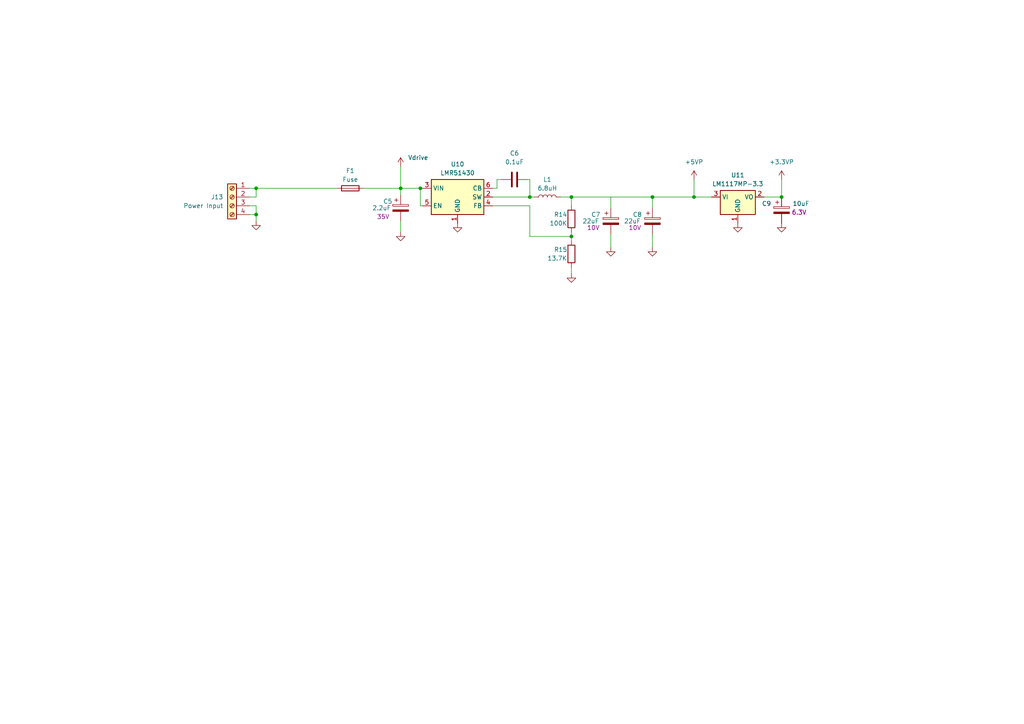
<source format=kicad_sch>
(kicad_sch (version 20230121) (generator eeschema)
  (paper "A4")
  (lib_symbols
    (symbol "Connector:Screw_Terminal_01x04" (pin_names (offset 1.016) hide)
      (property "Reference" "J" (at 0 5.08 0))
      (property "Value" "Screw_Terminal_01x04" (at 0 -7.62 0))
      (symbol "Screw_Terminal_01x04_1_1"
        (rectangle (start -1.27 3.81) (end 1.27 -6.35) (stroke (width 0.254)) (fill (type background)))
        (circle (center 0 -5.08) (radius 0.635) (stroke (width 0.1524)))
        (circle (center 0 -2.54) (radius 0.635) (stroke (width 0.1524)))
        (polyline (pts (xy -0.5334 -4.7498) (xy 0.3302 -5.588)) (stroke (width 0.1524)))
        (polyline (pts (xy -0.5334 -2.2098) (xy 0.3302 -3.048)) (stroke (width 0.1524)))
        (polyline (pts (xy -0.5334 0.3302) (xy 0.3302 -0.508)) (stroke (width 0.1524)))
        (polyline (pts (xy -0.5334 2.8702) (xy 0.3302 2.032)) (stroke (width 0.1524)))
        (polyline (pts (xy -0.3556 -4.572) (xy 0.508 -5.4102)) (stroke (width 0.1524)))
        (polyline (pts (xy -0.3556 -2.032) (xy 0.508 -2.8702)) (stroke (width 0.1524)))
        (polyline (pts (xy -0.3556 0.508) (xy 0.508 -0.3302)) (stroke (width 0.1524)))
        (polyline (pts (xy -0.3556 3.048) (xy 0.508 2.2098)) (stroke (width 0.1524)))
        (circle (center 0 0) (radius 0.635) (stroke (width 0.1524)))
        (circle (center 0 2.54) (radius 0.635) (stroke (width 0.1524)))
        (pin passive line (at -5.08 2.54 0) (length 3.81) (name "Pin_1") (number "1"))
        (pin passive line (at -5.08 0 0) (length 3.81) (name "Pin_2") (number "2"))
        (pin passive line (at -5.08 -2.54 0) (length 3.81) (name "Pin_3") (number "3"))
        (pin passive line (at -5.08 -5.08 0) (length 3.81) (name "Pin_4") (number "4"))
      )
    )
    (symbol "Device:C" (pin_numbers hide) (pin_names (offset 0.254))
      (property "Reference" "C" (at 0.635 2.54 0))
      (property "Value" "C" (at 0.635 -2.54 0))
      (symbol "C_0_1"
        (polyline (pts (xy -2.032 -0.762) (xy 2.032 -0.762)) (stroke (width 0.508)))
        (polyline (pts (xy -2.032 0.762) (xy 2.032 0.762)) (stroke (width 0.508)))
      )
      (symbol "C_1_1"
        (pin passive line (at 0 3.81 270) (length 2.794) (name "~") (number "1"))
        (pin passive line (at 0 -3.81 90) (length 2.794) (name "~") (number "2"))
      )
    )
    (symbol "Device:C_Polarized" (pin_numbers hide) (pin_names (offset 0.254))
      (property "Reference" "C" (at 0.635 2.54 0))
      (property "Value" "C_Polarized" (at 0.635 -2.54 0))
      (symbol "C_Polarized_0_1"
        (rectangle (start -2.286 0.508) (end 2.286 1.016))
        (polyline (pts (xy -1.778 2.286) (xy -0.762 2.286)))
        (polyline (pts (xy -1.27 2.794) (xy -1.27 1.778)))
        (rectangle (start 2.286 -0.508) (end -2.286 -1.016) (fill (type outline)))
      )
      (symbol "C_Polarized_1_1"
        (pin passive line (at 0 3.81 270) (length 2.794) (name "~") (number "1"))
        (pin passive line (at 0 -3.81 90) (length 2.794) (name "~") (number "2"))
      )
    )
    (symbol "Device:Fuse" (pin_numbers hide) (pin_names (offset 0))
      (property "Reference" "F" (at 2.032 0 90))
      (property "Value" "Fuse" (at -1.905 0 90))
      (symbol "Fuse_0_1"
        (rectangle (start -0.762 -2.54) (end 0.762 2.54) (stroke (width 0.254)))
        (polyline (pts (xy 0 2.54) (xy 0 -2.54)))
      )
      (symbol "Fuse_1_1"
        (pin passive line (at 0 3.81 270) (length 1.27) (name "~") (number "1"))
        (pin passive line (at 0 -3.81 90) (length 1.27) (name "~") (number "2"))
      )
    )
    (symbol "Device:L" (pin_numbers hide) (pin_names (offset 1.016) hide)
      (property "Reference" "L" (at -1.27 0 90))
      (property "Value" "L" (at 1.905 0 90))
      (symbol "L_0_1"
        (arc (start 0 -2.54) (mid 0.6323 -1.905) (end 0 -1.27))
        (arc (start 0 -1.27) (mid 0.6323 -0.635) (end 0 0))
        (arc (start 0 0) (mid 0.6323 0.635) (end 0 1.27))
        (arc (start 0 1.27) (mid 0.6323 1.905) (end 0 2.54))
      )
      (symbol "L_1_1"
        (pin passive line (at 0 3.81 270) (length 1.27) (name "1") (number "1"))
        (pin passive line (at 0 -3.81 90) (length 1.27) (name "2") (number "2"))
      )
    )
    (symbol "Device:R" (pin_numbers hide) (pin_names (offset 0))
      (property "Reference" "R" (at 2.032 0 90))
      (property "Value" "R" (at 0 0 90))
      (symbol "R_0_1"
        (rectangle (start -1.016 -2.54) (end 1.016 2.54) (stroke (width 0.254)))
      )
      (symbol "R_1_1"
        (pin passive line (at 0 3.81 270) (length 1.27) (name "~") (number "1"))
        (pin passive line (at 0 -3.81 90) (length 1.27) (name "~") (number "2"))
      )
    )
    (symbol "Regulator_Linear:LM1117MP-3.3"
      (property "Reference" "U" (at -3.81 3.175 0))
      (property "Value" "LM1117MP-3.3" (at 0 3.175 0))
      (symbol "LM1117MP-3.3_0_1"
        (rectangle (start -5.08 -5.08) (end 5.08 1.905) (stroke (width 0.254)) (fill (type background)))
      )
      (symbol "LM1117MP-3.3_1_1"
        (pin power_in line (at 0 -7.62 90) (length 2.54) (name "GND") (number "1"))
        (pin power_out line (at 7.62 0 180) (length 2.54) (name "VO") (number "2"))
        (pin power_in line (at -7.62 0 0) (length 2.54) (name "VI") (number "3"))
      )
    )
    (symbol "Regulator_Switching:LMR51430"
      (property "Reference" "U" (at -7.62 6.35 0))
      (property "Value" "LMR51430" (at 0 6.35 0))
      (symbol "LMR51430_0_1"
        (rectangle (start -7.62 5.08) (end 7.62 -5.08) (stroke (width 0.254)) (fill (type background)))
      )
      (symbol "LMR51430_1_1"
        (pin power_in line (at 0 -7.62 90) (length 2.54) (name "GND") (number "1"))
        (pin power_out line (at 10.16 0 180) (length 2.54) (name "SW") (number "2"))
        (pin power_in line (at -10.16 2.54 0) (length 2.54) (name "VIN") (number "3"))
        (pin input line (at 10.16 -2.54 180) (length 2.54) (name "FB") (number "4"))
        (pin input line (at -10.16 -2.54 0) (length 2.54) (name "EN") (number "5"))
        (pin passive line (at 10.16 2.54 180) (length 2.54) (name "CB") (number "6"))
      )
    )
    (symbol "power:+3.3VP" (power) (pin_names (offset 0))
      (property "Value" "+3.3VP" (at 0 2.54 0))
      (symbol "+3.3VP_0_0"
        (pin power_in line (at 0 0 90) (length 0) hide (name "+3.3VP") (number "1"))
      )
      (symbol "+3.3VP_0_1"
        (polyline (pts (xy -0.762 1.27) (xy 0 2.54)))
        (polyline (pts (xy 0 0) (xy 0 2.54)))
        (polyline (pts (xy 0 2.54) (xy 0.762 1.27)))
      )
    )
    (symbol "power:+5VP" (power) (pin_names (offset 0))
      (property "Value" "+5VP" (at 0 3.556 0))
      (symbol "+5VP_0_1"
        (polyline (pts (xy -0.762 1.27) (xy 0 2.54)))
        (polyline (pts (xy 0 0) (xy 0 2.54)))
        (polyline (pts (xy 0 2.54) (xy 0.762 1.27)))
      )
      (symbol "+5VP_1_1"
        (pin power_in line (at 0 0 90) (length 0) hide (name "+5VP") (number "1"))
      )
    )
    (symbol "power:GND" (power) (pin_names (offset 0))
      (property "Value" "GND" (at 0 -3.81 0))
      (symbol "GND_0_1"
        (polyline (pts (xy 0 0) (xy 0 -1.27) (xy 1.27 -1.27) (xy 0 -2.54) (xy -1.27 -1.27) (xy 0 -1.27)))
      )
      (symbol "GND_1_1"
        (pin power_in line (at 0 0 270) (length 0) hide (name "GND") (number "1"))
      )
    )
    (symbol "power:Vdrive" (power) (pin_names (offset 0))
      (property "Value" "Vdrive" (at 0 3.81 0))
      (symbol "Vdrive_0_1"
        (polyline (pts (xy -0.762 1.27) (xy 0 2.54)))
        (polyline (pts (xy 0 0) (xy 0 2.54)))
        (polyline (pts (xy 0 2.54) (xy 0.762 1.27)))
      )
      (symbol "Vdrive_1_1"
        (pin power_in line (at 0 0 90) (length 0) hide (name "Vdrive") (number "1"))
      )
    )
  )
  (junction (at 226.695 57.15))
  (junction (at 116.205 54.61))
  (junction (at 165.735 68.58))
  (junction (at 74.295 54.61))
  (junction (at 74.295 62.23))
  (junction (at 121.92 54.61))
  (junction (at 165.735 57.15))
  (junction (at 189.23 57.15))
  (junction (at 201.295 57.15))
  (junction (at 153.67 57.15))
  (wire (pts (xy 226.695 52.07) (xy 226.695 57.15)))
  (wire (pts (xy 153.67 52.07) (xy 153.035 52.07)))
  (wire (pts (xy 74.295 59.69) (xy 74.295 62.23)))
  (wire (pts (xy 74.295 54.61) (xy 72.39 54.61)))
  (wire (pts (xy 165.735 57.15) (xy 189.23 57.15)))
  (wire (pts (xy 105.41 54.61) (xy 116.205 54.61)))
  (wire (pts (xy 74.295 57.15) (xy 74.295 54.61)))
  (wire (pts (xy 121.92 59.69) (xy 121.92 54.61)))
  (wire (pts (xy 162.56 57.15) (xy 165.735 57.15)))
  (wire (pts (xy 165.735 77.47) (xy 165.735 79.375)))
  (wire (pts (xy 201.295 57.15) (xy 206.375 57.15)))
  (wire (pts (xy 116.205 67.31) (xy 116.205 64.135)))
  (wire (pts (xy 122.555 54.61) (xy 121.92 54.61)))
  (wire (pts (xy 153.67 59.69) (xy 153.67 68.58)))
  (wire (pts (xy 72.39 57.15) (xy 74.295 57.15)))
  (wire (pts (xy 74.295 54.61) (xy 97.79 54.61)))
  (wire (pts (xy 121.92 54.61) (xy 116.205 54.61)))
  (wire (pts (xy 142.875 54.61) (xy 144.145 54.61)))
  (wire (pts (xy 144.145 54.61) (xy 144.145 52.07)))
  (wire (pts (xy 122.555 59.69) (xy 121.92 59.69)))
  (wire (pts (xy 116.205 48.26) (xy 116.205 54.61)))
  (wire (pts (xy 165.735 68.58) (xy 165.735 69.85)))
  (wire (pts (xy 221.615 57.15) (xy 226.695 57.15)))
  (wire (pts (xy 74.295 64.135) (xy 74.295 62.23)))
  (wire (pts (xy 142.875 57.15) (xy 153.67 57.15)))
  (wire (pts (xy 153.67 57.15) (xy 154.94 57.15)))
  (wire (pts (xy 142.875 59.69) (xy 153.67 59.69)))
  (wire (pts (xy 165.735 59.69) (xy 165.735 57.15)))
  (wire (pts (xy 116.205 56.515) (xy 116.205 54.61)))
  (wire (pts (xy 72.39 59.69) (xy 74.295 59.69)))
  (wire (pts (xy 153.67 68.58) (xy 165.735 68.58)))
  (wire (pts (xy 201.295 52.07) (xy 201.295 57.15)))
  (wire (pts (xy 165.735 68.58) (xy 165.735 67.31)))
  (wire (pts (xy 177.165 57.15) (xy 177.165 60.325)))
  (wire (pts (xy 189.23 57.15) (xy 201.295 57.15)))
  (wire (pts (xy 177.165 67.945) (xy 177.165 71.755)))
  (wire (pts (xy 74.295 62.23) (xy 72.39 62.23)))
  (wire (pts (xy 144.145 52.07) (xy 145.415 52.07)))
  (wire (pts (xy 189.23 60.325) (xy 189.23 57.15)))
  (wire (pts (xy 153.67 57.15) (xy 153.67 52.07)))
  (wire (pts (xy 189.23 67.945) (xy 189.23 71.755)))
  (symbol (lib_id "Device:C_Polarized") (at 189.23 64.135 0) (unit 1)
    (property "Reference" "C8" (at 183.515 62.23 0) (effects (justify left)))
    (property "Value" "22uF" (at 180.975 64.135 0) (effects (justify left)))
    (property "Footprint" "Capacitor_SMD:C_0805_2012Metric_Pad1.18x1.45mm_HandSolder" (effects hide))
    (property "Voltage" "10V" (at 184.15 66.04 0))
    (property "Digikey" "490-10511-1-ND" (effects hide))
  )
  (symbol (lib_id "power:Vdrive") (at 116.205 48.26 0) (unit 1)
    (property "Reference" "#PWR097" (effects hide))
    (property "Value" "Vdrive" (at 121.285 45.72 0))
  )
  (symbol (lib_id "power:GND") (at 226.695 64.77 0) (unit 1)
    (property "Reference" "#PWR0141" (effects hide))
    (property "Value" "GND" (effects hide))
  )
  (symbol (lib_id "Regulator_Linear:LM1117MP-3.3") (at 213.995 57.15 0) (unit 1)
    (property "Reference" "U11" (at 213.995 50.8 0))
    (property "Value" "LM1117MP-3.3" (at 213.995 53.34 0))
    (property "Footprint" "Package_TO_SOT_SMD:SOT-223-3_TabPin2" (effects hide))
    (property "Datasheet" "http://www.ti.com/lit/ds/symlink/lm1117.pdf" (effects hide))
  )
  (symbol (lib_id "power:GND") (at 132.715 64.77 0) (unit 1)
    (property "Reference" "#PWR019" (effects hide))
    (property "Value" "GND" (effects hide))
  )
  (symbol (lib_id "Device:L") (at 158.75 57.15 90) (unit 1)
    (property "Reference" "L1" (at 158.75 52.07 90))
    (property "Value" "6.8uH" (at 158.75 54.61 90))
    (property "Footprint" "Inductor_SMD:L_Bourns_SRP5030T" (effects hide))
    (property "Digikey" "SRP5030T-6R8MTR-ND" (effects hide))
  )
  (symbol (lib_id "Device:C") (at 149.225 52.07 90) (unit 1)
    (property "Reference" "C6" (at 149.225 44.45 90))
    (property "Value" "0.1uF" (at 149.225 46.99 90))
    (property "Footprint" "Capacitor_SMD:C_0805_2012Metric" (effects hide))
  )
  (symbol (lib_id "Device:Fuse") (at 101.6 54.61 90) (unit 1)
    (property "Reference" "F1" (at 101.6 49.53 90))
    (property "Value" "Fuse" (at 101.6 52.07 90))
  )
  (symbol (lib_id "power:GND") (at 116.205 67.31 0) (unit 1)
    (property "Reference" "#PWR0139" (effects hide))
    (property "Value" "GND" (effects hide))
  )
  (symbol (lib_id "Device:C_Polarized") (at 177.165 64.135 0) (unit 1)
    (property "Reference" "C7" (at 171.45 62.23 0) (effects (justify left)))
    (property "Value" "22uF" (at 168.91 64.135 0) (effects (justify left)))
    (property "Footprint" "Capacitor_SMD:C_0805_2012Metric_Pad1.18x1.45mm_HandSolder" (effects hide))
    (property "Voltage" "10V" (at 172.085 66.04 0))
    (property "Digikey" "490-10511-1-ND" (effects hide))
  )
  (symbol (lib_id "Device:R") (at 165.735 73.66 0) (mirror y) (unit 1)
    (property "Reference" "R15" (at 160.655 72.39 0) (effects (justify right)))
    (property "Value" "13.7K" (at 158.75 74.93 0) (effects (justify right)))
    (property "Footprint" "Resistor_SMD:R_0805_2012Metric_Pad1.20x1.40mm_HandSolder" (effects hide))
  )
  (symbol (lib_id "power:+3.3VP") (at 226.695 52.07 0) (mirror y) (unit 1)
    (property "Reference" "#PWR0146" (effects hide))
    (property "Value" "+3.3VP" (at 226.695 46.99 0))
  )
  (symbol (lib_id "Connector:Screw_Terminal_01x04") (at 67.31 57.15 0) (mirror y) (unit 1)
    (property "Reference" "J13" (at 64.77 57.15 0) (effects (justify left)))
    (property "Value" "Power Input" (at 64.77 59.69 0) (effects (justify left)))
    (property "Footprint" "Connector_Phoenix_MSTB:PhoenixContact_MSTBA_2,5_4-G-5,08_1x04_P5.08mm_Horizontal" (effects hide))
  )
  (symbol (lib_id "power:GND") (at 165.735 79.375 0) (unit 1)
    (property "Reference" "#PWR0143" (effects hide))
    (property "Value" "GND" (effects hide))
  )
  (symbol (lib_id "power:GND") (at 74.295 64.135 0) (mirror y) (unit 1)
    (property "Reference" "#PWR0140" (effects hide))
    (property "Value" "GND" (effects hide))
  )
  (symbol (lib_id "Device:C_Polarized") (at 226.695 60.96 0) (unit 1)
    (property "Reference" "C9" (at 220.98 59.055 0) (effects (justify left)))
    (property "Value" "10uF" (at 229.87 59.055 0) (effects (justify left)))
    (property "Footprint" "Capacitor_Tantalum_SMD:CP_EIA-3528-15_AVX-H_Pad1.50x2.35mm_HandSolder" (effects hide))
    (property "Voltage" "6.3V" (at 231.775 61.595 0))
    (property "Digikey" "399-T498B106K006ATE2K1CT-ND" (effects hide))
  )
  (symbol (lib_id "power:GND") (at 177.165 71.755 0) (unit 1)
    (property "Reference" "#PWR0142" (effects hide))
    (property "Value" "GND" (effects hide))
  )
  (symbol (lib_id "Device:C_Polarized") (at 116.205 60.325 0) (unit 1)
    (property "Reference" "C5" (at 111.125 58.42 0) (effects (justify left)))
    (property "Value" "2.2uF" (at 107.95 60.325 0) (effects (justify left)))
    (property "Footprint" "Capacitor_SMD:C_0805_2012Metric_Pad1.18x1.45mm_HandSolder" (effects hide))
    (property "Voltage" "35V" (at 111.125 62.865 0))
    (property "Digikey" "445-6963-1-ND" (effects hide))
  )
  (symbol (lib_id "power:GND") (at 189.23 71.755 0) (unit 1)
    (property "Reference" "#PWR0144" (effects hide))
    (property "Value" "GND" (effects hide))
  )
  (symbol (lib_id "power:GND") (at 213.995 64.77 0) (unit 1)
    (property "Reference" "#PWR0147" (effects hide))
    (property "Value" "GND" (effects hide))
  )
  (symbol (lib_id "Device:R") (at 165.735 63.5 0) (mirror y) (unit 1)
    (property "Reference" "R14" (at 160.655 62.23 0) (effects (justify right)))
    (property "Value" "100K" (at 159.385 64.77 0) (effects (justify right)))
    (property "Footprint" "Resistor_SMD:R_0805_2012Metric_Pad1.20x1.40mm_HandSolder" (effects hide))
  )
  (symbol (lib_id "Regulator_Switching:LMR51430") (at 132.715 57.15 0) (unit 1)
    (property "Reference" "U10" (at 132.715 47.625 0))
    (property "Value" "LMR51430" (at 132.715 50.165 0))
    (property "Footprint" "Package_TO_SOT_SMD:SOT-23-6" (effects hide))
    (property "Datasheet" "https://www.ti.com/lit/ds/symlink/lmr51430.pdf" (effects hide))
  )
  (symbol (lib_id "power:+5VP") (at 201.295 52.07 0) (unit 1)
    (property "Reference" "#PWR0145" (effects hide))
    (property "Value" "+5VP" (at 201.295 46.99 0))
  )
)
</source>
